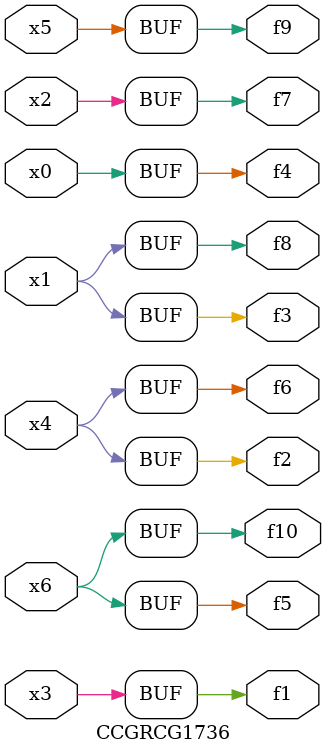
<source format=v>
module CCGRCG1736(
	input x0, x1, x2, x3, x4, x5, x6,
	output f1, f2, f3, f4, f5, f6, f7, f8, f9, f10
);
	assign f1 = x3;
	assign f2 = x4;
	assign f3 = x1;
	assign f4 = x0;
	assign f5 = x6;
	assign f6 = x4;
	assign f7 = x2;
	assign f8 = x1;
	assign f9 = x5;
	assign f10 = x6;
endmodule

</source>
